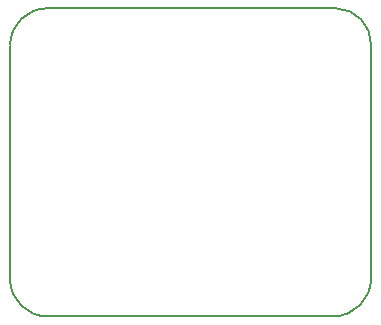
<source format=gko>
G04 #@! TF.FileFunction,Profile,NP*
%FSLAX46Y46*%
G04 Gerber Fmt 4.6, Leading zero omitted, Abs format (unit mm)*
G04 Created by KiCad (PCBNEW 4.0.7) date 10/31/19 18:54:42*
%MOMM*%
%LPD*%
G01*
G04 APERTURE LIST*
%ADD10C,0.100000*%
%ADD11C,0.150000*%
G04 APERTURE END LIST*
D10*
D11*
X157612000Y-82707000D02*
X182095000Y-82707000D01*
X157620000Y-108776000D02*
X181851000Y-108776000D01*
X154467000Y-105770000D02*
X154467000Y-85863000D01*
X185023000Y-85794000D02*
X185023000Y-105636000D01*
X154472000Y-105697000D02*
G75*
G03X157685000Y-108794000I3155000J58000D01*
G01*
X181849000Y-108789000D02*
G75*
G03X185035000Y-105603000I0J3186000D01*
G01*
X157628000Y-82710000D02*
G75*
G03X154479000Y-85819000I-20000J-3129000D01*
G01*
X185037000Y-85803000D02*
G75*
G03X182065000Y-82709000I-3033000J61000D01*
G01*
M02*

</source>
